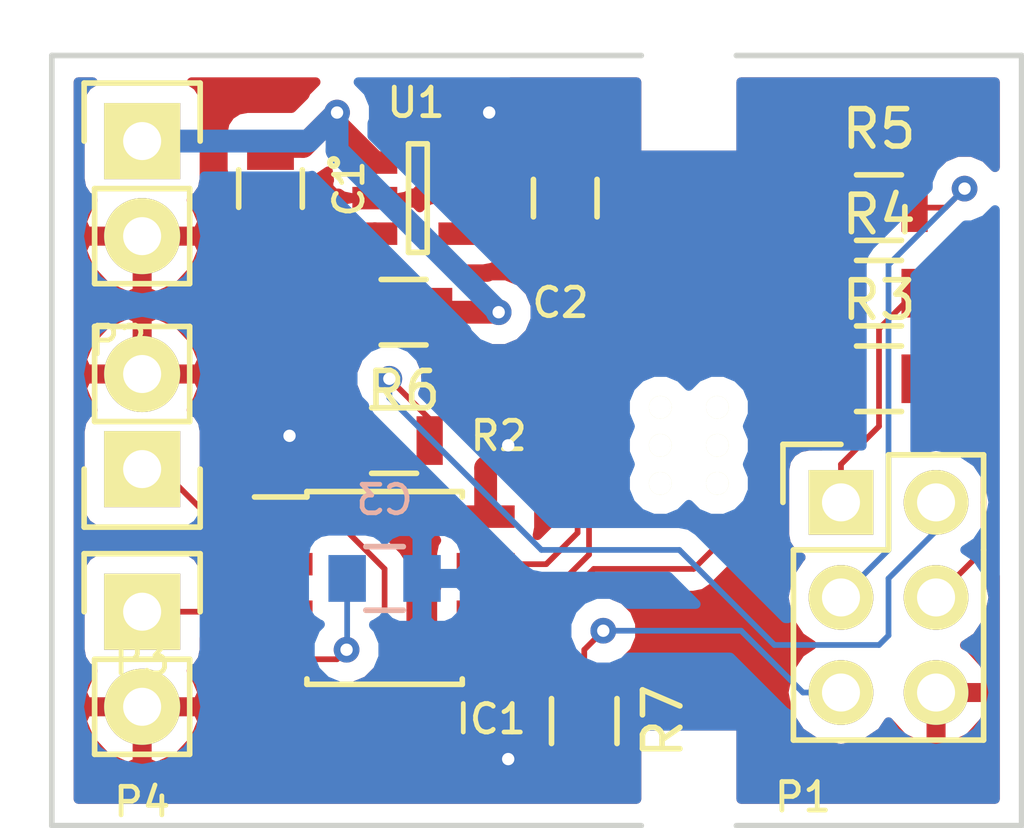
<source format=kicad_pcb>
(kicad_pcb (version 4) (host pcbnew 4.0.1-2.201512121406+6195~38~ubuntu14.04.1-stable)

  (general
    (links 27)
    (no_connects 0)
    (area 175.298101 93.8137 202.767001 116.1923)
    (thickness 1.6)
    (drawings 10)
    (tracks 99)
    (zones 0)
    (modules 16)
    (nets 17)
  )

  (page A4)
  (layers
    (0 F.Cu signal)
    (31 B.Cu signal hide)
    (32 B.Adhes user)
    (33 F.Adhes user)
    (34 B.Paste user)
    (35 F.Paste user)
    (36 B.SilkS user)
    (37 F.SilkS user)
    (38 B.Mask user)
    (39 F.Mask user)
    (40 Dwgs.User user)
    (41 Cmts.User user)
    (42 Eco1.User user)
    (43 Eco2.User user)
    (44 Edge.Cuts user)
    (45 Margin user)
    (46 B.CrtYd user)
    (47 F.CrtYd user)
    (48 B.Fab user)
    (49 F.Fab user)
  )

  (setup
    (last_trace_width 0.1524)
    (user_trace_width 0.3048)
    (user_trace_width 0.6096)
    (trace_clearance 0.1524)
    (zone_clearance 0.508)
    (zone_45_only no)
    (trace_min 0.1524)
    (segment_width 0.15)
    (edge_width 0.15)
    (via_size 0.6858)
    (via_drill 0.3302)
    (via_min_size 0.6858)
    (via_min_drill 0.3302)
    (uvia_size 0.3)
    (uvia_drill 0.1)
    (uvias_allowed no)
    (uvia_min_size 0)
    (uvia_min_drill 0)
    (pcb_text_width 0.3)
    (pcb_text_size 1.5 1.5)
    (mod_edge_width 0.15)
    (mod_text_size 0.762 0.762)
    (mod_text_width 0.127)
    (pad_size 1.524 1.524)
    (pad_drill 0.762)
    (pad_to_mask_clearance 0.2)
    (pad_to_paste_clearance 0.0254)
    (aux_axis_origin 0 0)
    (visible_elements FFFEFF7F)
    (pcbplotparams
      (layerselection 0x00030_80000001)
      (usegerberextensions false)
      (excludeedgelayer true)
      (linewidth 0.100000)
      (plotframeref false)
      (viasonmask false)
      (mode 1)
      (useauxorigin false)
      (hpglpennumber 1)
      (hpglpenspeed 20)
      (hpglpendiameter 15)
      (hpglpenoverlay 2)
      (psnegative false)
      (psa4output false)
      (plotreference true)
      (plotvalue true)
      (plotinvisibletext false)
      (padsonsilk false)
      (subtractmaskfromsilk false)
      (outputformat 1)
      (mirror false)
      (drillshape 1)
      (scaleselection 1)
      (outputdirectory ""))
  )

  (net 0 "")
  (net 1 GND)
  (net 2 Vcc)
  (net 3 "Net-(C3-Pad2)")
  (net 4 RESET)
  (net 5 PB3)
  (net 6 PB4)
  (net 7 MOSI)
  (net 8 MISO)
  (net 9 SCK)
  (net 10 "Net-(U1-Pad4)")
  (net 11 /Vin)
  (net 12 "Net-(P1-Pad1)")
  (net 13 "Net-(P1-Pad2)")
  (net 14 "Net-(P1-Pad3)")
  (net 15 "Net-(P1-Pad4)")
  (net 16 "Net-(R6-Pad2)")

  (net_class Default "This is the default net class."
    (clearance 0.1524)
    (trace_width 0.1524)
    (via_dia 0.6858)
    (via_drill 0.3302)
    (uvia_dia 0.3)
    (uvia_drill 0.1)
    (add_net /Vin)
    (add_net GND)
    (add_net MISO)
    (add_net MOSI)
    (add_net "Net-(C3-Pad2)")
    (add_net "Net-(P1-Pad1)")
    (add_net "Net-(P1-Pad2)")
    (add_net "Net-(P1-Pad3)")
    (add_net "Net-(P1-Pad4)")
    (add_net "Net-(R6-Pad2)")
    (add_net "Net-(U1-Pad4)")
    (add_net PB3)
    (add_net PB4)
    (add_net RESET)
    (add_net SCK)
    (add_net Vcc)
  )

  (module Pin_Headers:Pin_Header_Straight_2x03 (layer F.Cu) (tedit 563146C7) (tstamp 563146BD)
    (at 197.866 107.442)
    (descr "Through hole pin header")
    (tags "pin header")
    (path /56314BC6)
    (fp_text reference P1 (at -1.016 7.874) (layer F.SilkS)
      (effects (font (size 0.762 0.762) (thickness 0.127)))
    )
    (fp_text value CONN_01X06 (at 0 -3.1) (layer F.Fab)
      (effects (font (size 0.762 0.762) (thickness 0.127)))
    )
    (fp_line (start -1.27 1.27) (end -1.27 6.35) (layer F.SilkS) (width 0.15))
    (fp_line (start -1.55 -1.55) (end 0 -1.55) (layer F.SilkS) (width 0.15))
    (fp_line (start -1.75 -1.75) (end -1.75 6.85) (layer F.CrtYd) (width 0.05))
    (fp_line (start 4.3 -1.75) (end 4.3 6.85) (layer F.CrtYd) (width 0.05))
    (fp_line (start -1.75 -1.75) (end 4.3 -1.75) (layer F.CrtYd) (width 0.05))
    (fp_line (start -1.75 6.85) (end 4.3 6.85) (layer F.CrtYd) (width 0.05))
    (fp_line (start 1.27 -1.27) (end 1.27 1.27) (layer F.SilkS) (width 0.15))
    (fp_line (start 1.27 1.27) (end -1.27 1.27) (layer F.SilkS) (width 0.15))
    (fp_line (start -1.27 6.35) (end 3.81 6.35) (layer F.SilkS) (width 0.15))
    (fp_line (start 3.81 6.35) (end 3.81 1.27) (layer F.SilkS) (width 0.15))
    (fp_line (start -1.55 -1.55) (end -1.55 0) (layer F.SilkS) (width 0.15))
    (fp_line (start 3.81 -1.27) (end 1.27 -1.27) (layer F.SilkS) (width 0.15))
    (fp_line (start 3.81 1.27) (end 3.81 -1.27) (layer F.SilkS) (width 0.15))
    (pad 1 thru_hole rect (at 0 0) (size 1.7272 1.7272) (drill 1.016) (layers *.Cu *.Mask F.SilkS)
      (net 12 "Net-(P1-Pad1)"))
    (pad 2 thru_hole oval (at 2.54 0) (size 1.7272 1.7272) (drill 1.016) (layers *.Cu *.Mask F.SilkS)
      (net 13 "Net-(P1-Pad2)"))
    (pad 3 thru_hole oval (at 0 2.54) (size 1.7272 1.7272) (drill 1.016) (layers *.Cu *.Mask F.SilkS)
      (net 14 "Net-(P1-Pad3)"))
    (pad 4 thru_hole oval (at 2.54 2.54) (size 1.7272 1.7272) (drill 1.016) (layers *.Cu *.Mask F.SilkS)
      (net 15 "Net-(P1-Pad4)"))
    (pad 5 thru_hole oval (at 0 5.08) (size 1.7272 1.7272) (drill 1.016) (layers *.Cu *.Mask F.SilkS)
      (net 4 RESET))
    (pad 6 thru_hole oval (at 2.54 5.08) (size 1.7272 1.7272) (drill 1.016) (layers *.Cu *.Mask F.SilkS)
      (net 1 GND))
    (model Pin_Headers.3dshapes/Pin_Header_Straight_2x03.wrl
      (at (xyz 0.05 -0.1 0))
      (scale (xyz 1 1 1))
      (rotate (xyz 0 0 90))
    )
  )

  (module Capacitors_SMD:C_0805 (layer F.Cu) (tedit 5415D6EA) (tstamp 56314677)
    (at 182.626 99.06 270)
    (descr "Capacitor SMD 0805, reflow soldering, AVX (see smccp.pdf)")
    (tags "capacitor 0805")
    (path /5631461F)
    (attr smd)
    (fp_text reference C1 (at 0 -2.1 270) (layer F.SilkS)
      (effects (font (size 0.762 0.762) (thickness 0.127)))
    )
    (fp_text value 1μF (at 0 2.1 270) (layer F.Fab)
      (effects (font (size 0.762 0.762) (thickness 0.127)))
    )
    (fp_line (start -1.8 -1) (end 1.8 -1) (layer F.CrtYd) (width 0.05))
    (fp_line (start -1.8 1) (end 1.8 1) (layer F.CrtYd) (width 0.05))
    (fp_line (start -1.8 -1) (end -1.8 1) (layer F.CrtYd) (width 0.05))
    (fp_line (start 1.8 -1) (end 1.8 1) (layer F.CrtYd) (width 0.05))
    (fp_line (start 0.5 -0.85) (end -0.5 -0.85) (layer F.SilkS) (width 0.15))
    (fp_line (start -0.5 0.85) (end 0.5 0.85) (layer F.SilkS) (width 0.15))
    (pad 1 smd rect (at -1 0 270) (size 1 1.25) (layers F.Cu F.Paste F.Mask)
      (net 11 /Vin))
    (pad 2 smd rect (at 1 0 270) (size 1 1.25) (layers F.Cu F.Paste F.Mask)
      (net 1 GND))
    (model Capacitors_SMD.3dshapes/C_0805.wrl
      (at (xyz 0 0 0))
      (scale (xyz 1 1 1))
      (rotate (xyz 0 0 0))
    )
  )

  (module Capacitors_SMD:C_0805 (layer F.Cu) (tedit 56314709) (tstamp 56314683)
    (at 190.5 99.314 270)
    (descr "Capacitor SMD 0805, reflow soldering, AVX (see smccp.pdf)")
    (tags "capacitor 0805")
    (path /5631467A)
    (attr smd)
    (fp_text reference C2 (at 2.794 0.127 360) (layer F.SilkS)
      (effects (font (size 0.762 0.762) (thickness 0.127)))
    )
    (fp_text value 1μF (at 0 2.1 270) (layer F.Fab)
      (effects (font (size 0.762 0.762) (thickness 0.127)))
    )
    (fp_line (start -1.8 -1) (end 1.8 -1) (layer F.CrtYd) (width 0.05))
    (fp_line (start -1.8 1) (end 1.8 1) (layer F.CrtYd) (width 0.05))
    (fp_line (start -1.8 -1) (end -1.8 1) (layer F.CrtYd) (width 0.05))
    (fp_line (start 1.8 -1) (end 1.8 1) (layer F.CrtYd) (width 0.05))
    (fp_line (start 0.5 -0.85) (end -0.5 -0.85) (layer F.SilkS) (width 0.15))
    (fp_line (start -0.5 0.85) (end 0.5 0.85) (layer F.SilkS) (width 0.15))
    (pad 1 smd rect (at -1 0 270) (size 1 1.25) (layers F.Cu F.Paste F.Mask)
      (net 2 Vcc))
    (pad 2 smd rect (at 1 0 270) (size 1 1.25) (layers F.Cu F.Paste F.Mask)
      (net 1 GND))
    (model Capacitors_SMD.3dshapes/C_0805.wrl
      (at (xyz 0 0 0))
      (scale (xyz 1 1 1))
      (rotate (xyz 0 0 0))
    )
  )

  (module Capacitors_SMD:C_0805 (layer B.Cu) (tedit 5415D6EA) (tstamp 5631468F)
    (at 185.674 109.474 180)
    (descr "Capacitor SMD 0805, reflow soldering, AVX (see smccp.pdf)")
    (tags "capacitor 0805")
    (path /5631315A)
    (attr smd)
    (fp_text reference C3 (at 0 2.1 180) (layer B.SilkS)
      (effects (font (size 0.762 0.762) (thickness 0.127)) (justify mirror))
    )
    (fp_text value 100nF (at 0 -2.1 180) (layer B.Fab)
      (effects (font (size 0.762 0.762) (thickness 0.127)) (justify mirror))
    )
    (fp_line (start -1.8 1) (end 1.8 1) (layer B.CrtYd) (width 0.05))
    (fp_line (start -1.8 -1) (end 1.8 -1) (layer B.CrtYd) (width 0.05))
    (fp_line (start -1.8 1) (end -1.8 -1) (layer B.CrtYd) (width 0.05))
    (fp_line (start 1.8 1) (end 1.8 -1) (layer B.CrtYd) (width 0.05))
    (fp_line (start 0.5 0.85) (end -0.5 0.85) (layer B.SilkS) (width 0.15))
    (fp_line (start -0.5 -0.85) (end 0.5 -0.85) (layer B.SilkS) (width 0.15))
    (pad 1 smd rect (at -1 0 180) (size 1 1.25) (layers B.Cu B.Paste B.Mask)
      (net 2 Vcc))
    (pad 2 smd rect (at 1 0 180) (size 1 1.25) (layers B.Cu B.Paste B.Mask)
      (net 3 "Net-(C3-Pad2)"))
    (model Capacitors_SMD.3dshapes/C_0805.wrl
      (at (xyz 0 0 0))
      (scale (xyz 1 1 1))
      (rotate (xyz 0 0 0))
    )
  )

  (module Housings_SOIC:SOIC-8_3.9x4.9mm_Pitch1.27mm (layer F.Cu) (tedit 56314716) (tstamp 563146A6)
    (at 185.674 109.728)
    (descr "8-Lead Plastic Small Outline (SN) - Narrow, 3.90 mm Body [SOIC] (see Microchip Packaging Specification 00000049BS.pdf)")
    (tags "SOIC 1.27")
    (path /56312C64)
    (attr smd)
    (fp_text reference IC1 (at 2.845857 3.503) (layer F.SilkS)
      (effects (font (size 0.762 0.762) (thickness 0.127)))
    )
    (fp_text value ATTINY13A-S (at 0 3.5) (layer F.Fab)
      (effects (font (size 0.762 0.762) (thickness 0.127)))
    )
    (fp_line (start -3.75 -2.75) (end -3.75 2.75) (layer F.CrtYd) (width 0.05))
    (fp_line (start 3.75 -2.75) (end 3.75 2.75) (layer F.CrtYd) (width 0.05))
    (fp_line (start -3.75 -2.75) (end 3.75 -2.75) (layer F.CrtYd) (width 0.05))
    (fp_line (start -3.75 2.75) (end 3.75 2.75) (layer F.CrtYd) (width 0.05))
    (fp_line (start -2.075 -2.575) (end -2.075 -2.43) (layer F.SilkS) (width 0.15))
    (fp_line (start 2.075 -2.575) (end 2.075 -2.43) (layer F.SilkS) (width 0.15))
    (fp_line (start 2.075 2.575) (end 2.075 2.43) (layer F.SilkS) (width 0.15))
    (fp_line (start -2.075 2.575) (end -2.075 2.43) (layer F.SilkS) (width 0.15))
    (fp_line (start -2.075 -2.575) (end 2.075 -2.575) (layer F.SilkS) (width 0.15))
    (fp_line (start -2.075 2.575) (end 2.075 2.575) (layer F.SilkS) (width 0.15))
    (fp_line (start -2.075 -2.43) (end -3.475 -2.43) (layer F.SilkS) (width 0.15))
    (pad 1 smd rect (at -2.7 -1.905) (size 1.55 0.6) (layers F.Cu F.Paste F.Mask)
      (net 4 RESET))
    (pad 2 smd rect (at -2.7 -0.635) (size 1.55 0.6) (layers F.Cu F.Paste F.Mask)
      (net 5 PB3))
    (pad 3 smd rect (at -2.7 0.635) (size 1.55 0.6) (layers F.Cu F.Paste F.Mask)
      (net 6 PB4))
    (pad 4 smd rect (at -2.7 1.905) (size 1.55 0.6) (layers F.Cu F.Paste F.Mask)
      (net 3 "Net-(C3-Pad2)"))
    (pad 5 smd rect (at 2.7 1.905) (size 1.55 0.6) (layers F.Cu F.Paste F.Mask)
      (net 7 MOSI))
    (pad 6 smd rect (at 2.7 0.635) (size 1.55 0.6) (layers F.Cu F.Paste F.Mask)
      (net 8 MISO))
    (pad 7 smd rect (at 2.7 -0.635) (size 1.55 0.6) (layers F.Cu F.Paste F.Mask)
      (net 9 SCK))
    (pad 8 smd rect (at 2.7 -1.905) (size 1.55 0.6) (layers F.Cu F.Paste F.Mask)
      (net 2 Vcc))
    (model Housings_SOIC.3dshapes/SOIC-8_3.9x4.9mm_Pitch1.27mm.wrl
      (at (xyz 0 0 0))
      (scale (xyz 1 1 1))
      (rotate (xyz 0 0 0))
    )
  )

  (module Pin_Headers:Pin_Header_Straight_1x02 (layer F.Cu) (tedit 563146DF) (tstamp 563146CE)
    (at 179.197 97.79)
    (descr "Through hole pin header")
    (tags "pin header")
    (path /563156CF)
    (fp_text reference P2 (at -0.635 5.334) (layer F.SilkS)
      (effects (font (size 0.762 0.762) (thickness 0.127)))
    )
    (fp_text value CONN_01X02 (at 0 -3.1) (layer F.Fab)
      (effects (font (size 0.762 0.762) (thickness 0.127)))
    )
    (fp_line (start 1.27 1.27) (end 1.27 3.81) (layer F.SilkS) (width 0.15))
    (fp_line (start 1.55 -1.55) (end 1.55 0) (layer F.SilkS) (width 0.15))
    (fp_line (start -1.75 -1.75) (end -1.75 4.3) (layer F.CrtYd) (width 0.05))
    (fp_line (start 1.75 -1.75) (end 1.75 4.3) (layer F.CrtYd) (width 0.05))
    (fp_line (start -1.75 -1.75) (end 1.75 -1.75) (layer F.CrtYd) (width 0.05))
    (fp_line (start -1.75 4.3) (end 1.75 4.3) (layer F.CrtYd) (width 0.05))
    (fp_line (start 1.27 1.27) (end -1.27 1.27) (layer F.SilkS) (width 0.15))
    (fp_line (start -1.55 0) (end -1.55 -1.55) (layer F.SilkS) (width 0.15))
    (fp_line (start -1.55 -1.55) (end 1.55 -1.55) (layer F.SilkS) (width 0.15))
    (fp_line (start -1.27 1.27) (end -1.27 3.81) (layer F.SilkS) (width 0.15))
    (fp_line (start -1.27 3.81) (end 1.27 3.81) (layer F.SilkS) (width 0.15))
    (pad 1 thru_hole rect (at 0 0) (size 2.032 2.032) (drill 1.016) (layers *.Cu *.Mask F.SilkS)
      (net 11 /Vin))
    (pad 2 thru_hole oval (at 0 2.54) (size 2.032 2.032) (drill 1.016) (layers *.Cu *.Mask F.SilkS)
      (net 1 GND))
    (model Pin_Headers.3dshapes/Pin_Header_Straight_1x02.wrl
      (at (xyz 0 -0.05 0))
      (scale (xyz 1 1 1))
      (rotate (xyz 0 0 90))
    )
  )

  (module Pin_Headers:Pin_Header_Straight_1x02 (layer F.Cu) (tedit 54EA090C) (tstamp 563146DF)
    (at 179.197 106.553 180)
    (descr "Through hole pin header")
    (tags "pin header")
    (path /563161F7)
    (fp_text reference P3 (at 0 -5.1 180) (layer F.SilkS)
      (effects (font (size 0.762 0.762) (thickness 0.127)))
    )
    (fp_text value CONN_01X02 (at 0 -3.1 180) (layer F.Fab)
      (effects (font (size 0.762 0.762) (thickness 0.127)))
    )
    (fp_line (start 1.27 1.27) (end 1.27 3.81) (layer F.SilkS) (width 0.15))
    (fp_line (start 1.55 -1.55) (end 1.55 0) (layer F.SilkS) (width 0.15))
    (fp_line (start -1.75 -1.75) (end -1.75 4.3) (layer F.CrtYd) (width 0.05))
    (fp_line (start 1.75 -1.75) (end 1.75 4.3) (layer F.CrtYd) (width 0.05))
    (fp_line (start -1.75 -1.75) (end 1.75 -1.75) (layer F.CrtYd) (width 0.05))
    (fp_line (start -1.75 4.3) (end 1.75 4.3) (layer F.CrtYd) (width 0.05))
    (fp_line (start 1.27 1.27) (end -1.27 1.27) (layer F.SilkS) (width 0.15))
    (fp_line (start -1.55 0) (end -1.55 -1.55) (layer F.SilkS) (width 0.15))
    (fp_line (start -1.55 -1.55) (end 1.55 -1.55) (layer F.SilkS) (width 0.15))
    (fp_line (start -1.27 1.27) (end -1.27 3.81) (layer F.SilkS) (width 0.15))
    (fp_line (start -1.27 3.81) (end 1.27 3.81) (layer F.SilkS) (width 0.15))
    (pad 1 thru_hole rect (at 0 0 180) (size 2.032 2.032) (drill 1.016) (layers *.Cu *.Mask F.SilkS)
      (net 5 PB3))
    (pad 2 thru_hole oval (at 0 2.54 180) (size 2.032 2.032) (drill 1.016) (layers *.Cu *.Mask F.SilkS)
      (net 1 GND))
    (model Pin_Headers.3dshapes/Pin_Header_Straight_1x02.wrl
      (at (xyz 0 -0.05 0))
      (scale (xyz 1 1 1))
      (rotate (xyz 0 0 90))
    )
  )

  (module Pin_Headers:Pin_Header_Straight_1x02 (layer F.Cu) (tedit 563146C3) (tstamp 563146F0)
    (at 179.197 110.363)
    (descr "Through hole pin header")
    (tags "pin header")
    (path /563162BD)
    (fp_text reference P4 (at 0 5.08) (layer F.SilkS)
      (effects (font (size 0.762 0.762) (thickness 0.127)))
    )
    (fp_text value CONN_01X02 (at 0 -3.1) (layer F.Fab)
      (effects (font (size 0.762 0.762) (thickness 0.127)))
    )
    (fp_line (start 1.27 1.27) (end 1.27 3.81) (layer F.SilkS) (width 0.15))
    (fp_line (start 1.55 -1.55) (end 1.55 0) (layer F.SilkS) (width 0.15))
    (fp_line (start -1.75 -1.75) (end -1.75 4.3) (layer F.CrtYd) (width 0.05))
    (fp_line (start 1.75 -1.75) (end 1.75 4.3) (layer F.CrtYd) (width 0.05))
    (fp_line (start -1.75 -1.75) (end 1.75 -1.75) (layer F.CrtYd) (width 0.05))
    (fp_line (start -1.75 4.3) (end 1.75 4.3) (layer F.CrtYd) (width 0.05))
    (fp_line (start 1.27 1.27) (end -1.27 1.27) (layer F.SilkS) (width 0.15))
    (fp_line (start -1.55 0) (end -1.55 -1.55) (layer F.SilkS) (width 0.15))
    (fp_line (start -1.55 -1.55) (end 1.55 -1.55) (layer F.SilkS) (width 0.15))
    (fp_line (start -1.27 1.27) (end -1.27 3.81) (layer F.SilkS) (width 0.15))
    (fp_line (start -1.27 3.81) (end 1.27 3.81) (layer F.SilkS) (width 0.15))
    (pad 1 thru_hole rect (at 0 0) (size 2.032 2.032) (drill 1.016) (layers *.Cu *.Mask F.SilkS)
      (net 6 PB4))
    (pad 2 thru_hole oval (at 0 2.54) (size 2.032 2.032) (drill 1.016) (layers *.Cu *.Mask F.SilkS)
      (net 1 GND))
    (model Pin_Headers.3dshapes/Pin_Header_Straight_1x02.wrl
      (at (xyz 0 -0.05 0))
      (scale (xyz 1 1 1))
      (rotate (xyz 0 0 90))
    )
  )

  (module Resistors_SMD:R_0805 (layer F.Cu) (tedit 56314711) (tstamp 56314708)
    (at 185.928 105.791)
    (descr "Resistor SMD 0805, reflow soldering, Vishay (see dcrcw.pdf)")
    (tags "resistor 0805")
    (path /56902F0C)
    (attr smd)
    (fp_text reference R2 (at 2.794 -0.127) (layer F.SilkS)
      (effects (font (size 0.762 0.762) (thickness 0.127)))
    )
    (fp_text value 1kΩ (at 0 2.1) (layer F.Fab)
      (effects (font (size 0.762 0.762) (thickness 0.127)))
    )
    (fp_line (start -1.6 -1) (end 1.6 -1) (layer F.CrtYd) (width 0.05))
    (fp_line (start -1.6 1) (end 1.6 1) (layer F.CrtYd) (width 0.05))
    (fp_line (start -1.6 -1) (end -1.6 1) (layer F.CrtYd) (width 0.05))
    (fp_line (start 1.6 -1) (end 1.6 1) (layer F.CrtYd) (width 0.05))
    (fp_line (start 0.6 0.875) (end -0.6 0.875) (layer F.SilkS) (width 0.15))
    (fp_line (start -0.6 -0.875) (end 0.6 -0.875) (layer F.SilkS) (width 0.15))
    (pad 1 smd rect (at -0.95 0) (size 0.7 1.3) (layers F.Cu F.Paste F.Mask)
      (net 2 Vcc))
    (pad 2 smd rect (at 0.95 0) (size 0.7 1.3) (layers F.Cu F.Paste F.Mask)
      (net 13 "Net-(P1-Pad2)"))
    (model Resistors_SMD.3dshapes/R_0805.wrl
      (at (xyz 0 0 0))
      (scale (xyz 1 1 1))
      (rotate (xyz 0 0 0))
    )
  )

  (module tinyBreakout:SOT-23-5L (layer F.Cu) (tedit 55C0FF4B) (tstamp 5631471A)
    (at 186.563 99.314)
    (descr "5-pin SOT23 package")
    (tags SOT-23-5)
    (path /56313F82)
    (attr smd)
    (fp_text reference U1 (at -0.05 -2.55) (layer F.SilkS)
      (effects (font (size 0.762 0.762) (thickness 0.127)))
    )
    (fp_text value LD2979 (at -0.05 2.35) (layer F.Fab)
      (effects (font (size 0.762 0.762) (thickness 0.127)))
    )
    (fp_line (start -1.9 -1.6) (end 1.9 -1.6) (layer F.CrtYd) (width 0.05))
    (fp_line (start 1.9 -1.6) (end 1.9 1.6) (layer F.CrtYd) (width 0.05))
    (fp_line (start 1.9 1.6) (end -1.9 1.6) (layer F.CrtYd) (width 0.05))
    (fp_line (start -1.9 1.6) (end -1.9 -1.6) (layer F.CrtYd) (width 0.05))
    (fp_circle (center -2.25 -0.95) (end -2.15 -0.95) (layer F.SilkS) (width 0.15))
    (fp_line (start 0.25 -1.45) (end -0.25 -1.45) (layer F.SilkS) (width 0.15))
    (fp_line (start 0.25 1.45) (end 0.25 -1.45) (layer F.SilkS) (width 0.15))
    (fp_line (start -0.25 1.45) (end 0.25 1.45) (layer F.SilkS) (width 0.15))
    (fp_line (start -0.25 -1.45) (end -0.25 1.45) (layer F.SilkS) (width 0.15))
    (pad 1 smd rect (at -1.15 -0.95) (size 1.2 0.6) (layers F.Cu F.Paste F.Mask)
      (net 11 /Vin))
    (pad 2 smd rect (at -1.15 0) (size 1.2 0.6) (layers F.Cu F.Paste F.Mask)
      (net 1 GND))
    (pad 3 smd rect (at -1.15 0.95) (size 1.2 0.6) (layers F.Cu F.Paste F.Mask)
      (net 16 "Net-(R6-Pad2)"))
    (pad 4 smd rect (at 1.15 0.95) (size 1.2 0.6) (layers F.Cu F.Paste F.Mask)
      (net 10 "Net-(U1-Pad4)"))
    (pad 5 smd rect (at 1.15 -0.95) (size 1.2 0.6) (layers F.Cu F.Paste F.Mask)
      (net 2 Vcc))
    (model Housings_SOT-23_SOT-143_TSOT-6.3dshapes/SOT-23-5.wrl
      (at (xyz 0 0 0))
      (scale (xyz 0.11 0.11 0.11))
      (rotate (xyz 0 0 90))
    )
  )

  (module Resistors_SMD:R_0805 (layer F.Cu) (tedit 5415CDEB) (tstamp 56902B94)
    (at 198.882 104.14)
    (descr "Resistor SMD 0805, reflow soldering, Vishay (see dcrcw.pdf)")
    (tags "resistor 0805")
    (path /56902FC2)
    (attr smd)
    (fp_text reference R3 (at 0 -2.1) (layer F.SilkS)
      (effects (font (size 1 1) (thickness 0.15)))
    )
    (fp_text value 1kΩ (at 0 2.1) (layer F.Fab)
      (effects (font (size 1 1) (thickness 0.15)))
    )
    (fp_line (start -1.6 -1) (end 1.6 -1) (layer F.CrtYd) (width 0.05))
    (fp_line (start -1.6 1) (end 1.6 1) (layer F.CrtYd) (width 0.05))
    (fp_line (start -1.6 -1) (end -1.6 1) (layer F.CrtYd) (width 0.05))
    (fp_line (start 1.6 -1) (end 1.6 1) (layer F.CrtYd) (width 0.05))
    (fp_line (start 0.6 0.875) (end -0.6 0.875) (layer F.SilkS) (width 0.15))
    (fp_line (start -0.6 -0.875) (end 0.6 -0.875) (layer F.SilkS) (width 0.15))
    (pad 1 smd rect (at -0.95 0) (size 0.7 1.3) (layers F.Cu F.Paste F.Mask)
      (net 7 MOSI))
    (pad 2 smd rect (at 0.95 0) (size 0.7 1.3) (layers F.Cu F.Paste F.Mask)
      (net 15 "Net-(P1-Pad4)"))
    (model Resistors_SMD.3dshapes/R_0805.wrl
      (at (xyz 0 0 0))
      (scale (xyz 1 1 1))
      (rotate (xyz 0 0 0))
    )
  )

  (module Resistors_SMD:R_0805 (layer F.Cu) (tedit 5415CDEB) (tstamp 56902B9A)
    (at 198.882 101.854)
    (descr "Resistor SMD 0805, reflow soldering, Vishay (see dcrcw.pdf)")
    (tags "resistor 0805")
    (path /56902EB2)
    (attr smd)
    (fp_text reference R4 (at 0 -2.1) (layer F.SilkS)
      (effects (font (size 1 1) (thickness 0.15)))
    )
    (fp_text value 1kΩ (at 0 2.1) (layer F.Fab)
      (effects (font (size 1 1) (thickness 0.15)))
    )
    (fp_line (start -1.6 -1) (end 1.6 -1) (layer F.CrtYd) (width 0.05))
    (fp_line (start -1.6 1) (end 1.6 1) (layer F.CrtYd) (width 0.05))
    (fp_line (start -1.6 -1) (end -1.6 1) (layer F.CrtYd) (width 0.05))
    (fp_line (start 1.6 -1) (end 1.6 1) (layer F.CrtYd) (width 0.05))
    (fp_line (start 0.6 0.875) (end -0.6 0.875) (layer F.SilkS) (width 0.15))
    (fp_line (start -0.6 -0.875) (end 0.6 -0.875) (layer F.SilkS) (width 0.15))
    (pad 1 smd rect (at -0.95 0) (size 0.7 1.3) (layers F.Cu F.Paste F.Mask)
      (net 8 MISO))
    (pad 2 smd rect (at 0.95 0) (size 0.7 1.3) (layers F.Cu F.Paste F.Mask)
      (net 12 "Net-(P1-Pad1)"))
    (model Resistors_SMD.3dshapes/R_0805.wrl
      (at (xyz 0 0 0))
      (scale (xyz 1 1 1))
      (rotate (xyz 0 0 0))
    )
  )

  (module Resistors_SMD:R_0805 (layer F.Cu) (tedit 5415CDEB) (tstamp 56902BA0)
    (at 198.882 99.568)
    (descr "Resistor SMD 0805, reflow soldering, Vishay (see dcrcw.pdf)")
    (tags "resistor 0805")
    (path /56902F6C)
    (attr smd)
    (fp_text reference R5 (at 0 -2.1) (layer F.SilkS)
      (effects (font (size 1 1) (thickness 0.15)))
    )
    (fp_text value 1kΩ (at 0 2.1) (layer F.Fab)
      (effects (font (size 1 1) (thickness 0.15)))
    )
    (fp_line (start -1.6 -1) (end 1.6 -1) (layer F.CrtYd) (width 0.05))
    (fp_line (start -1.6 1) (end 1.6 1) (layer F.CrtYd) (width 0.05))
    (fp_line (start -1.6 -1) (end -1.6 1) (layer F.CrtYd) (width 0.05))
    (fp_line (start 1.6 -1) (end 1.6 1) (layer F.CrtYd) (width 0.05))
    (fp_line (start 0.6 0.875) (end -0.6 0.875) (layer F.SilkS) (width 0.15))
    (fp_line (start -0.6 -0.875) (end 0.6 -0.875) (layer F.SilkS) (width 0.15))
    (pad 1 smd rect (at -0.95 0) (size 0.7 1.3) (layers F.Cu F.Paste F.Mask)
      (net 9 SCK))
    (pad 2 smd rect (at 0.95 0) (size 0.7 1.3) (layers F.Cu F.Paste F.Mask)
      (net 14 "Net-(P1-Pad3)"))
    (model Resistors_SMD.3dshapes/R_0805.wrl
      (at (xyz 0 0 0))
      (scale (xyz 1 1 1))
      (rotate (xyz 0 0 0))
    )
  )

  (module Resistors_SMD:R_0805 (layer F.Cu) (tedit 5415CDEB) (tstamp 56902BA6)
    (at 186.182 102.362 180)
    (descr "Resistor SMD 0805, reflow soldering, Vishay (see dcrcw.pdf)")
    (tags "resistor 0805")
    (path /56314527)
    (attr smd)
    (fp_text reference R6 (at 0 -2.1 180) (layer F.SilkS)
      (effects (font (size 1 1) (thickness 0.15)))
    )
    (fp_text value 0Ω (at 0 2.1 180) (layer F.Fab)
      (effects (font (size 1 1) (thickness 0.15)))
    )
    (fp_line (start -1.6 -1) (end 1.6 -1) (layer F.CrtYd) (width 0.05))
    (fp_line (start -1.6 1) (end 1.6 1) (layer F.CrtYd) (width 0.05))
    (fp_line (start -1.6 -1) (end -1.6 1) (layer F.CrtYd) (width 0.05))
    (fp_line (start 1.6 -1) (end 1.6 1) (layer F.CrtYd) (width 0.05))
    (fp_line (start 0.6 0.875) (end -0.6 0.875) (layer F.SilkS) (width 0.15))
    (fp_line (start -0.6 -0.875) (end 0.6 -0.875) (layer F.SilkS) (width 0.15))
    (pad 1 smd rect (at -0.95 0 180) (size 0.7 1.3) (layers F.Cu F.Paste F.Mask)
      (net 11 /Vin))
    (pad 2 smd rect (at 0.95 0 180) (size 0.7 1.3) (layers F.Cu F.Paste F.Mask)
      (net 16 "Net-(R6-Pad2)"))
    (model Resistors_SMD.3dshapes/R_0805.wrl
      (at (xyz 0 0 0))
      (scale (xyz 1 1 1))
      (rotate (xyz 0 0 0))
    )
  )

  (module Resistors_SMD:R_0805 (layer F.Cu) (tedit 5415CDEB) (tstamp 56902BAC)
    (at 191.008 113.284 270)
    (descr "Resistor SMD 0805, reflow soldering, Vishay (see dcrcw.pdf)")
    (tags "resistor 0805")
    (path /56312DC5)
    (attr smd)
    (fp_text reference R7 (at 0 -2.1 270) (layer F.SilkS)
      (effects (font (size 1 1) (thickness 0.15)))
    )
    (fp_text value 10KΩ (at 0 2.1 270) (layer F.Fab)
      (effects (font (size 1 1) (thickness 0.15)))
    )
    (fp_line (start -1.6 -1) (end 1.6 -1) (layer F.CrtYd) (width 0.05))
    (fp_line (start -1.6 1) (end 1.6 1) (layer F.CrtYd) (width 0.05))
    (fp_line (start -1.6 -1) (end -1.6 1) (layer F.CrtYd) (width 0.05))
    (fp_line (start 1.6 -1) (end 1.6 1) (layer F.CrtYd) (width 0.05))
    (fp_line (start 0.6 0.875) (end -0.6 0.875) (layer F.SilkS) (width 0.15))
    (fp_line (start -0.6 -0.875) (end 0.6 -0.875) (layer F.SilkS) (width 0.15))
    (pad 1 smd rect (at -0.95 0 270) (size 0.7 1.3) (layers F.Cu F.Paste F.Mask)
      (net 4 RESET))
    (pad 2 smd rect (at 0.95 0 270) (size 0.7 1.3) (layers F.Cu F.Paste F.Mask)
      (net 2 Vcc))
    (model Resistors_SMD.3dshapes/R_0805.wrl
      (at (xyz 0 0 0))
      (scale (xyz 1 1 1))
      (rotate (xyz 0 0 0))
    )
  )

  (module tinyBreakout:MouseBite locked (layer F.Cu) (tedit 56314B3C) (tstamp 5690305D)
    (at 193.04 104.902)
    (fp_text reference REF** (at 1.143 3.302) (layer F.SilkS) hide
      (effects (font (size 1 1) (thickness 0.15)))
    )
    (fp_text value MouseBite (at 1.016 -1.27) (layer F.Fab) hide
      (effects (font (size 1 1) (thickness 0.15)))
    )
    (pad "" np_thru_hole circle (at 0 0) (size 0.6096 0.6096) (drill 0.6096) (layers *.Cu *.Mask F.SilkS))
    (pad "" np_thru_hole circle (at 0 1.016) (size 0.6096 0.6096) (drill 0.6096) (layers *.Cu *.Mask F.SilkS))
    (pad "" np_thru_hole circle (at 0 2.032) (size 0.6096 0.6096) (drill 0.6096) (layers *.Cu *.Mask F.SilkS))
    (pad "" np_thru_hole circle (at 1.524 1.016) (size 0.6096 0.6096) (drill 0.6096) (layers *.Cu *.Mask F.SilkS))
    (pad "" np_thru_hole circle (at 1.524 0) (size 0.6096 0.6096) (drill 0.6096) (layers *.Cu *.Mask F.SilkS))
    (pad "" np_thru_hole circle (at 1.524 2.032) (size 0.6096 0.6096) (drill 0.6096) (layers *.Cu *.Mask F.SilkS))
  )

  (gr_line (start 195.072 113.538) (end 192.532 113.538) (angle 90) (layer Eco1.User) (width 0.15))
  (gr_line (start 192.532 98.044) (end 195.072 98.044) (angle 90) (layer Eco1.User) (width 0.15))
  (gr_line (start 195.072 95.504) (end 195.072 116.078) (angle 90) (layer Eco1.User) (width 0.15))
  (gr_line (start 202.692 95.504) (end 195.072 95.504) (angle 90) (layer Edge.Cuts) (width 0.15))
  (gr_line (start 202.692 116.078) (end 202.692 95.504) (angle 90) (layer Edge.Cuts) (width 0.15))
  (gr_line (start 195.072 116.078) (end 202.692 116.078) (angle 90) (layer Edge.Cuts) (width 0.15))
  (gr_line (start 176.784 116.078) (end 176.784 95.504) (angle 90) (layer Edge.Cuts) (width 0.15))
  (gr_line (start 192.532 116.078) (end 176.784 116.078) (angle 90) (layer Edge.Cuts) (width 0.15))
  (gr_line (start 192.532 95.504) (end 192.532 116.078) (angle 90) (layer Eco1.User) (width 0.15))
  (gr_line (start 176.784 95.504) (end 192.532 95.504) (angle 90) (layer Edge.Cuts) (width 0.15))

  (segment (start 188.374 107.823) (end 188.374 106.52) (width 0.6096) (layer F.Cu) (net 2))
  (via (at 188.976 105.918) (size 0.6858) (drill 0.3302) (layers F.Cu B.Cu) (net 2))
  (segment (start 188.374 106.52) (end 188.976 105.918) (width 0.6096) (layer F.Cu) (net 2) (tstamp 56903201))
  (segment (start 187.713 98.364) (end 190.45 98.364) (width 0.6096) (layer F.Cu) (net 2))
  (segment (start 190.45 98.364) (end 190.5 98.314) (width 0.6096) (layer F.Cu) (net 2) (tstamp 56902E40))
  (segment (start 187.713 97.783) (end 188.468 97.028) (width 0.6096) (layer F.Cu) (net 2) (tstamp 56902DEA))
  (via (at 188.468 97.028) (size 0.6858) (drill 0.3302) (layers F.Cu B.Cu) (net 2))
  (segment (start 187.713 97.783) (end 187.713 98.364) (width 0.6096) (layer F.Cu) (net 2))
  (segment (start 184.978 105.791) (end 183.261 105.791) (width 0.6096) (layer F.Cu) (net 2))
  (via (at 183.134 105.664) (size 0.6858) (drill 0.3302) (layers F.Cu B.Cu) (net 2))
  (segment (start 183.261 105.791) (end 183.134 105.664) (width 0.6096) (layer F.Cu) (net 2) (tstamp 56902DE6))
  (segment (start 191.008 114.234) (end 189.042 114.234) (width 0.6096) (layer F.Cu) (net 2))
  (via (at 188.976 114.3) (size 0.6858) (drill 0.3302) (layers F.Cu B.Cu) (net 2))
  (segment (start 189.042 114.234) (end 188.976 114.3) (width 0.6096) (layer F.Cu) (net 2) (tstamp 56902DE2))
  (segment (start 184.674 109.474) (end 184.674 111.363) (width 0.1524) (layer B.Cu) (net 3) (status 400000))
  (segment (start 184.404 111.633) (end 182.974 111.633) (width 0.1524) (layer F.Cu) (net 3) (tstamp 56903554) (status 800000))
  (segment (start 184.658 111.379) (end 184.404 111.633) (width 0.1524) (layer F.Cu) (net 3) (tstamp 56903553))
  (via (at 184.658 111.379) (size 0.6858) (drill 0.3302) (layers F.Cu B.Cu) (net 3))
  (segment (start 184.674 111.363) (end 184.658 111.379) (width 0.1524) (layer B.Cu) (net 3) (tstamp 56903550))
  (segment (start 191.008 112.334) (end 190.18 112.334) (width 0.1524) (layer F.Cu) (net 4) (status 400000))
  (segment (start 184.277 107.823) (end 182.974 107.823) (width 0.1524) (layer F.Cu) (net 4) (tstamp 56903547) (status 800000))
  (segment (start 185.674 109.22) (end 184.277 107.823) (width 0.1524) (layer F.Cu) (net 4) (tstamp 56903545))
  (segment (start 185.674 111.125) (end 185.674 109.22) (width 0.1524) (layer F.Cu) (net 4) (tstamp 56903543))
  (segment (start 187.579 113.03) (end 185.674 111.125) (width 0.1524) (layer F.Cu) (net 4) (tstamp 56903541))
  (segment (start 189.484 113.03) (end 187.579 113.03) (width 0.1524) (layer F.Cu) (net 4) (tstamp 5690353F))
  (segment (start 190.18 112.334) (end 189.484 113.03) (width 0.1524) (layer F.Cu) (net 4) (tstamp 5690353B))
  (segment (start 197.866 112.522) (end 196.85 112.522) (width 0.1524) (layer B.Cu) (net 4) (status 400000))
  (segment (start 191.008 111.379) (end 191.008 112.334) (width 0.1524) (layer F.Cu) (net 4) (tstamp 56903491) (status 800000))
  (segment (start 191.516 110.871) (end 191.008 111.379) (width 0.1524) (layer F.Cu) (net 4) (tstamp 56903490))
  (via (at 191.516 110.871) (size 0.6858) (drill 0.3302) (layers F.Cu B.Cu) (net 4))
  (segment (start 195.199 110.871) (end 191.516 110.871) (width 0.1524) (layer B.Cu) (net 4) (tstamp 5690348A))
  (segment (start 196.85 112.522) (end 195.199 110.871) (width 0.1524) (layer B.Cu) (net 4) (tstamp 56903488))
  (segment (start 197.866 112.522) (end 197.358 112.522) (width 0.1524) (layer F.Cu) (net 4))
  (segment (start 182.974 109.093) (end 182.245 109.093) (width 0.1524) (layer F.Cu) (net 5) (status C00000))
  (segment (start 182.245 109.093) (end 179.705 106.553) (width 0.1524) (layer F.Cu) (net 5) (tstamp 56903561) (status C00000))
  (segment (start 179.705 106.553) (end 179.197 106.553) (width 0.1524) (layer F.Cu) (net 5) (tstamp 56903563) (status C00000))
  (segment (start 182.974 110.363) (end 179.197 110.363) (width 0.1524) (layer F.Cu) (net 6) (status C00000))
  (segment (start 197.932 104.14) (end 196.85 104.14) (width 0.1524) (layer F.Cu) (net 7) (status 400000))
  (segment (start 191.262 109.22) (end 188.849 111.633) (width 0.1524) (layer F.Cu) (net 7) (tstamp 56903513) (status 800000))
  (segment (start 193.929 109.22) (end 191.262 109.22) (width 0.1524) (layer F.Cu) (net 7) (tstamp 56903511))
  (segment (start 195.58 107.569) (end 193.929 109.22) (width 0.1524) (layer F.Cu) (net 7) (tstamp 5690350F))
  (segment (start 195.58 105.41) (end 195.58 107.569) (width 0.1524) (layer F.Cu) (net 7) (tstamp 5690350C))
  (segment (start 196.85 104.14) (end 195.58 105.41) (width 0.1524) (layer F.Cu) (net 7) (tstamp 56903508))
  (segment (start 188.849 111.633) (end 188.374 111.633) (width 0.1524) (layer F.Cu) (net 7) (tstamp 56903515) (status C00000))
  (segment (start 197.932 101.854) (end 196.85 101.854) (width 0.1524) (layer F.Cu) (net 8) (status 400000))
  (segment (start 189.611 110.363) (end 188.374 110.363) (width 0.1524) (layer F.Cu) (net 8) (tstamp 5690359E) (status 800000))
  (segment (start 191.135 108.839) (end 189.611 110.363) (width 0.1524) (layer F.Cu) (net 8) (tstamp 5690359C))
  (segment (start 191.135 104.521) (end 191.135 108.839) (width 0.1524) (layer F.Cu) (net 8) (tstamp 56903599))
  (segment (start 192.786 102.87) (end 191.135 104.521) (width 0.1524) (layer F.Cu) (net 8) (tstamp 56903597))
  (segment (start 195.834 102.87) (end 192.786 102.87) (width 0.1524) (layer F.Cu) (net 8) (tstamp 56903594))
  (segment (start 196.85 101.854) (end 195.834 102.87) (width 0.1524) (layer F.Cu) (net 8) (tstamp 56903592))
  (segment (start 197.932 99.568) (end 197.932 100.340944) (width 0.1524) (layer F.Cu) (net 9) (status 400000))
  (segment (start 189.992 109.093) (end 188.374 109.093) (width 0.1524) (layer F.Cu) (net 9) (tstamp 569035B7) (status 800000))
  (segment (start 190.830198 108.254802) (end 189.992 109.093) (width 0.1524) (layer F.Cu) (net 9) (tstamp 569035B5))
  (segment (start 190.830198 104.394746) (end 190.830198 108.254802) (width 0.1524) (layer F.Cu) (net 9) (tstamp 569035AF))
  (segment (start 192.659746 102.565198) (end 190.830198 104.394746) (width 0.1524) (layer F.Cu) (net 9) (tstamp 569035A6))
  (segment (start 195.707746 102.565198) (end 192.659746 102.565198) (width 0.1524) (layer F.Cu) (net 9) (tstamp 569035A5))
  (segment (start 197.932 100.340944) (end 195.707746 102.565198) (width 0.1524) (layer F.Cu) (net 9) (tstamp 569035A2))
  (segment (start 187.132 102.362) (end 188.722 102.362) (width 0.6096) (layer F.Cu) (net 11))
  (segment (start 184.404 98.044) (end 184.404 97.028) (width 0.6096) (layer B.Cu) (net 11) (tstamp 56903024))
  (segment (start 188.722 102.362) (end 184.404 98.044) (width 0.6096) (layer B.Cu) (net 11) (tstamp 56903023))
  (via (at 188.722 102.362) (size 0.6858) (drill 0.3302) (layers F.Cu B.Cu) (net 11))
  (segment (start 184.404 97.028) (end 184.404 97.355) (width 0.6096) (layer F.Cu) (net 11))
  (segment (start 184.404 97.355) (end 185.413 98.364) (width 0.6096) (layer F.Cu) (net 11) (tstamp 56902E58))
  (segment (start 179.197 97.79) (end 183.642 97.79) (width 0.6096) (layer B.Cu) (net 11))
  (segment (start 183.499 97.933) (end 182.626 97.933) (width 0.6096) (layer F.Cu) (net 11) (tstamp 56902E51))
  (segment (start 184.404 97.028) (end 183.499 97.933) (width 0.6096) (layer F.Cu) (net 11) (tstamp 56902E50))
  (via (at 184.404 97.028) (size 0.6858) (drill 0.3302) (layers F.Cu B.Cu) (net 11))
  (segment (start 183.642 97.79) (end 184.404 97.028) (width 0.6096) (layer B.Cu) (net 11) (tstamp 56902E49))
  (segment (start 197.866 107.442) (end 197.866 106.426) (width 0.1524) (layer F.Cu) (net 12))
  (segment (start 198.882 102.804) (end 199.832 101.854) (width 0.1524) (layer F.Cu) (net 12) (tstamp 5690327D))
  (segment (start 198.882 105.41) (end 198.882 102.804) (width 0.1524) (layer F.Cu) (net 12) (tstamp 5690327A))
  (segment (start 197.866 106.426) (end 198.882 105.41) (width 0.1524) (layer F.Cu) (net 12) (tstamp 56903274))
  (segment (start 200.406 107.442) (end 200.406 108.204) (width 0.1524) (layer B.Cu) (net 13) (status C00000))
  (segment (start 200.406 108.204) (end 199.136 109.474) (width 0.1524) (layer B.Cu) (net 13) (tstamp 569034D8) (status 400000))
  (segment (start 199.136 109.474) (end 199.136 110.998) (width 0.1524) (layer B.Cu) (net 13) (tstamp 569034DC))
  (segment (start 199.136 110.998) (end 198.882 111.252) (width 0.1524) (layer B.Cu) (net 13) (tstamp 569034DF))
  (segment (start 198.882 111.252) (end 196.088 111.252) (width 0.1524) (layer B.Cu) (net 13) (tstamp 569034E0))
  (segment (start 196.088 111.252) (end 193.548 108.712) (width 0.1524) (layer B.Cu) (net 13) (tstamp 569034E1))
  (segment (start 193.548 108.712) (end 189.865 108.712) (width 0.1524) (layer B.Cu) (net 13) (tstamp 569034EB))
  (segment (start 189.865 108.712) (end 185.801 104.648) (width 0.1524) (layer B.Cu) (net 13) (tstamp 569034ED))
  (segment (start 185.801 104.648) (end 185.801 104.14) (width 0.1524) (layer B.Cu) (net 13) (tstamp 569034F2))
  (via (at 185.801 104.14) (size 0.6858) (drill 0.3302) (layers F.Cu B.Cu) (net 13))
  (segment (start 185.801 104.14) (end 186.878 105.217) (width 0.1524) (layer F.Cu) (net 13) (tstamp 569034FB) (status 800000))
  (segment (start 186.878 105.217) (end 186.878 105.791) (width 0.1524) (layer F.Cu) (net 13) (tstamp 569034FC) (status C00000))
  (segment (start 197.866 109.982) (end 199.136 108.712) (width 0.1524) (layer B.Cu) (net 14))
  (segment (start 200.66 99.568) (end 199.832 99.568) (width 0.1524) (layer F.Cu) (net 14) (tstamp 569032E9))
  (segment (start 201.168 99.06) (end 200.66 99.568) (width 0.1524) (layer F.Cu) (net 14) (tstamp 569032E8))
  (via (at 201.168 99.06) (size 0.6858) (drill 0.3302) (layers F.Cu B.Cu) (net 14))
  (segment (start 199.136 101.092) (end 201.168 99.06) (width 0.1524) (layer B.Cu) (net 14) (tstamp 569032DC))
  (segment (start 199.136 108.712) (end 199.136 101.092) (width 0.1524) (layer B.Cu) (net 14) (tstamp 569032D9))
  (segment (start 197.866 109.982) (end 198.12 109.982) (width 0.1524) (layer F.Cu) (net 14))
  (segment (start 200.406 109.982) (end 201.676 108.712) (width 0.1524) (layer F.Cu) (net 15))
  (segment (start 201.676 105.664) (end 200.152 104.14) (width 0.1524) (layer F.Cu) (net 15) (tstamp 569032CA))
  (segment (start 201.676 107.442) (end 201.676 105.664) (width 0.1524) (layer F.Cu) (net 15) (tstamp 569032C8))
  (segment (start 201.676 108.712) (end 201.676 107.442) (width 0.1524) (layer F.Cu) (net 15) (tstamp 569032C5))
  (segment (start 200.152 104.14) (end 199.832 104.14) (width 0.1524) (layer F.Cu) (net 15) (tstamp 569032CE))
  (segment (start 185.232 102.362) (end 185.232 100.445) (width 0.6096) (layer F.Cu) (net 16))
  (segment (start 185.232 100.445) (end 185.413 100.264) (width 0.6096) (layer F.Cu) (net 16) (tstamp 56903027))

  (zone (net 1) (net_name GND) (layer F.Cu) (tstamp 56902C97) (hatch edge 0.508)
    (connect_pads (clearance 0.508))
    (min_thickness 0.254)
    (fill yes (arc_segments 16) (thermal_gap 0.508) (thermal_bridge_width 0.508))
    (polygon
      (pts
        (xy 192.532 98.044) (xy 195.072 98.044) (xy 195.072 95.504) (xy 202.692 95.504) (xy 202.692 116.078)
        (xy 195.072 116.078) (xy 195.072 113.538) (xy 192.532 113.538) (xy 192.532 116.078) (xy 176.784 116.078)
        (xy 176.784 95.504) (xy 192.532 95.504) (xy 192.532 98.044)
      )
    )
    (filled_polygon
      (pts
        (xy 177.729559 96.30991) (xy 177.584569 96.52211) (xy 177.53356 96.774) (xy 177.53356 98.806) (xy 177.577838 99.041317)
        (xy 177.71691 99.257441) (xy 177.879948 99.36884) (xy 177.790615 99.465182) (xy 177.591025 99.947056) (xy 177.710164 100.203)
        (xy 179.07 100.203) (xy 179.07 100.183) (xy 179.324 100.183) (xy 179.324 100.203) (xy 180.683836 100.203)
        (xy 180.802975 99.947056) (xy 180.603385 99.465182) (xy 180.512903 99.367602) (xy 180.664441 99.27009) (xy 180.809431 99.05789)
        (xy 180.86044 98.806) (xy 180.86044 96.774) (xy 180.816162 96.538683) (xy 180.67709 96.322559) (xy 180.518209 96.214)
        (xy 183.835254 96.214) (xy 183.57546 96.473341) (xy 183.537029 96.565893) (xy 183.190362 96.91256) (xy 182.001 96.91256)
        (xy 181.765683 96.956838) (xy 181.549559 97.09591) (xy 181.404569 97.30811) (xy 181.35356 97.56) (xy 181.35356 98.56)
        (xy 181.397838 98.795317) (xy 181.53691 99.011441) (xy 181.605006 99.057969) (xy 181.462673 99.200302) (xy 181.366 99.433691)
        (xy 181.366 99.77425) (xy 181.52475 99.933) (xy 182.499 99.933) (xy 182.499 99.913) (xy 182.753 99.913)
        (xy 182.753 99.933) (xy 183.72725 99.933) (xy 183.886 99.77425) (xy 183.886 99.433691) (xy 183.789327 99.200302)
        (xy 183.64809 99.059064) (xy 183.702441 99.02409) (xy 183.847431 98.81189) (xy 183.849203 98.80314) (xy 183.858646 98.801262)
        (xy 184.163539 98.597539) (xy 184.16556 98.595518) (xy 184.16556 98.664) (xy 184.198388 98.838468) (xy 184.178 98.88769)
        (xy 184.178 99.02825) (xy 184.33675 99.187) (xy 184.45364 99.187) (xy 184.56111 99.260431) (xy 184.813 99.31144)
        (xy 186.013 99.31144) (xy 186.248317 99.267162) (xy 186.372892 99.187) (xy 186.48925 99.187) (xy 186.614415 99.061835)
        (xy 186.64891 99.115441) (xy 186.86111 99.260431) (xy 187.113 99.31144) (xy 188.313 99.31144) (xy 188.353603 99.3038)
        (xy 189.46705 99.3038) (xy 189.479006 99.311969) (xy 189.336673 99.454302) (xy 189.24 99.687691) (xy 189.24 100.02825)
        (xy 189.39875 100.187) (xy 190.373 100.187) (xy 190.373 100.167) (xy 190.627 100.167) (xy 190.627 100.187)
        (xy 191.60125 100.187) (xy 191.76 100.02825) (xy 191.76 99.687691) (xy 191.663327 99.454302) (xy 191.52209 99.313064)
        (xy 191.576441 99.27809) (xy 191.721431 99.06589) (xy 191.77244 98.814) (xy 191.77244 97.814) (xy 191.728162 97.578683)
        (xy 191.58909 97.362559) (xy 191.37689 97.217569) (xy 191.125 97.16656) (xy 189.875 97.16656) (xy 189.639683 97.210838)
        (xy 189.423559 97.34991) (xy 189.372799 97.4242) (xy 189.362338 97.4242) (xy 189.44573 97.22337) (xy 189.446069 96.834337)
        (xy 189.297507 96.474788) (xy 189.037174 96.214) (xy 192.405 96.214) (xy 192.405 98.044) (xy 192.415006 98.09341)
        (xy 192.443447 98.135035) (xy 192.485841 98.162315) (xy 192.532 98.171) (xy 195.072 98.171) (xy 195.12141 98.160994)
        (xy 195.163035 98.132553) (xy 195.190315 98.090159) (xy 195.199 98.044) (xy 195.199 96.214) (xy 201.982 96.214)
        (xy 201.982 98.491254) (xy 201.722659 98.23146) (xy 201.36337 98.08227) (xy 200.974337 98.081931) (xy 200.614788 98.230493)
        (xy 200.487119 98.357939) (xy 200.43389 98.321569) (xy 200.182 98.27056) (xy 199.482 98.27056) (xy 199.246683 98.314838)
        (xy 199.030559 98.45391) (xy 198.885569 98.66611) (xy 198.882919 98.679197) (xy 198.74609 98.466559) (xy 198.53389 98.321569)
        (xy 198.282 98.27056) (xy 197.582 98.27056) (xy 197.346683 98.314838) (xy 197.130559 98.45391) (xy 196.985569 98.66611)
        (xy 196.93456 98.918) (xy 196.93456 100.218) (xy 196.952708 100.314448) (xy 195.413158 101.853998) (xy 192.659746 101.853998)
        (xy 192.387582 101.908135) (xy 192.156852 102.062303) (xy 190.327304 103.891852) (xy 190.173135 104.122581) (xy 190.173135 104.122582)
        (xy 190.118998 104.394746) (xy 190.118998 107.960214) (xy 189.75587 108.323342) (xy 189.79644 108.123) (xy 189.79644 107.523)
        (xy 189.752162 107.287683) (xy 189.61309 107.071559) (xy 189.40089 106.926569) (xy 189.314087 106.908991) (xy 189.437801 106.785277)
        (xy 189.529212 106.747507) (xy 189.80454 106.472659) (xy 189.95373 106.11337) (xy 189.954069 105.724337) (xy 189.805507 105.364788)
        (xy 189.530659 105.08946) (xy 189.17137 104.94027) (xy 188.782337 104.939931) (xy 188.422788 105.088493) (xy 188.14746 105.363341)
        (xy 188.109029 105.455893) (xy 187.87544 105.689482) (xy 187.87544 105.141) (xy 187.831162 104.905683) (xy 187.69209 104.689559)
        (xy 187.47989 104.544569) (xy 187.228 104.49356) (xy 187.160348 104.49356) (xy 186.778925 104.112137) (xy 186.779069 103.946337)
        (xy 186.649434 103.632595) (xy 186.782 103.65944) (xy 187.482 103.65944) (xy 187.717317 103.615162) (xy 187.933441 103.47609)
        (xy 188.052528 103.3018) (xy 188.435285 103.3018) (xy 188.52663 103.33973) (xy 188.915663 103.340069) (xy 189.275212 103.191507)
        (xy 189.55054 102.916659) (xy 189.69973 102.55737) (xy 189.700069 102.168337) (xy 189.551507 101.808788) (xy 189.276659 101.53346)
        (xy 188.91737 101.38427) (xy 188.528337 101.383931) (xy 188.435719 101.4222) (xy 188.050103 101.4222) (xy 187.94609 101.260559)
        (xy 187.874202 101.21144) (xy 188.313 101.21144) (xy 188.548317 101.167162) (xy 188.764441 101.02809) (xy 188.909431 100.81589)
        (xy 188.9532 100.59975) (xy 189.24 100.59975) (xy 189.24 100.940309) (xy 189.336673 101.173698) (xy 189.515301 101.352327)
        (xy 189.74869 101.449) (xy 190.21425 101.449) (xy 190.373 101.29025) (xy 190.373 100.441) (xy 190.627 100.441)
        (xy 190.627 101.29025) (xy 190.78575 101.449) (xy 191.25131 101.449) (xy 191.484699 101.352327) (xy 191.663327 101.173698)
        (xy 191.76 100.940309) (xy 191.76 100.59975) (xy 191.60125 100.441) (xy 190.627 100.441) (xy 190.373 100.441)
        (xy 189.39875 100.441) (xy 189.24 100.59975) (xy 188.9532 100.59975) (xy 188.96044 100.564) (xy 188.96044 99.964)
        (xy 188.916162 99.728683) (xy 188.77709 99.512559) (xy 188.56489 99.367569) (xy 188.313 99.31656) (xy 187.113 99.31656)
        (xy 186.877683 99.360838) (xy 186.661559 99.49991) (xy 186.615528 99.567278) (xy 186.48925 99.441) (xy 186.37236 99.441)
        (xy 186.26489 99.367569) (xy 186.013 99.31656) (xy 184.813 99.31656) (xy 184.577683 99.360838) (xy 184.453108 99.441)
        (xy 184.33675 99.441) (xy 184.178 99.59975) (xy 184.178 99.74031) (xy 184.200069 99.793589) (xy 184.16556 99.964)
        (xy 184.16556 100.564) (xy 184.209838 100.799317) (xy 184.2922 100.927311) (xy 184.2922 101.450405) (xy 184.285569 101.46011)
        (xy 184.23456 101.712) (xy 184.23456 103.012) (xy 184.278838 103.247317) (xy 184.41791 103.463441) (xy 184.63011 103.608431)
        (xy 184.882 103.65944) (xy 184.941691 103.65944) (xy 184.82327 103.94463) (xy 184.822931 104.333663) (xy 184.888999 104.49356)
        (xy 184.628 104.49356) (xy 184.392683 104.537838) (xy 184.176559 104.67691) (xy 184.057472 104.8512) (xy 183.704372 104.8512)
        (xy 183.688659 104.83546) (xy 183.32937 104.68627) (xy 182.940337 104.685931) (xy 182.580788 104.834493) (xy 182.30546 105.109341)
        (xy 182.15627 105.46863) (xy 182.155931 105.857663) (xy 182.304493 106.217212) (xy 182.579341 106.49254) (xy 182.770848 106.572061)
        (xy 182.901354 106.659262) (xy 183.261 106.7308) (xy 184.059897 106.7308) (xy 184.16391 106.892441) (xy 184.37611 107.037431)
        (xy 184.628 107.08844) (xy 185.328 107.08844) (xy 185.563317 107.044162) (xy 185.779441 106.90509) (xy 185.924431 106.69289)
        (xy 185.927081 106.679803) (xy 186.06391 106.892441) (xy 186.27611 107.037431) (xy 186.528 107.08844) (xy 187.127382 107.08844)
        (xy 187.002569 107.27111) (xy 186.95156 107.523) (xy 186.95156 108.123) (xy 186.995838 108.358317) (xy 187.059678 108.457528)
        (xy 187.002569 108.54111) (xy 186.95156 108.793) (xy 186.95156 109.393) (xy 186.995838 109.628317) (xy 187.059678 109.727528)
        (xy 187.002569 109.81111) (xy 186.95156 110.063) (xy 186.95156 110.663) (xy 186.995838 110.898317) (xy 187.059678 110.997528)
        (xy 187.002569 111.08111) (xy 186.95156 111.333) (xy 186.95156 111.396772) (xy 186.3852 110.830412) (xy 186.3852 109.22)
        (xy 186.331063 108.947836) (xy 186.207426 108.7628) (xy 186.176894 108.717105) (xy 184.779894 107.320106) (xy 184.549165 107.165937)
        (xy 184.277 107.1118) (xy 184.238984 107.1118) (xy 184.21309 107.071559) (xy 184.00089 106.926569) (xy 183.749 106.87556)
        (xy 182.199 106.87556) (xy 181.963683 106.919838) (xy 181.747559 107.05891) (xy 181.602569 107.27111) (xy 181.573322 107.415534)
        (xy 180.86044 106.702652) (xy 180.86044 105.537) (xy 180.816162 105.301683) (xy 180.67709 105.085559) (xy 180.514052 104.97416)
        (xy 180.603385 104.877818) (xy 180.802975 104.395944) (xy 180.683836 104.14) (xy 179.324 104.14) (xy 179.324 104.16)
        (xy 179.07 104.16) (xy 179.07 104.14) (xy 177.710164 104.14) (xy 177.591025 104.395944) (xy 177.790615 104.877818)
        (xy 177.881097 104.975398) (xy 177.729559 105.07291) (xy 177.584569 105.28511) (xy 177.53356 105.537) (xy 177.53356 107.569)
        (xy 177.577838 107.804317) (xy 177.71691 108.020441) (xy 177.92911 108.165431) (xy 178.181 108.21644) (xy 180.213 108.21644)
        (xy 180.338952 108.19274) (xy 181.554422 109.408211) (xy 181.595838 109.628317) (xy 181.610949 109.6518) (xy 180.86044 109.6518)
        (xy 180.86044 109.347) (xy 180.816162 109.111683) (xy 180.67709 108.895559) (xy 180.46489 108.750569) (xy 180.213 108.69956)
        (xy 178.181 108.69956) (xy 177.945683 108.743838) (xy 177.729559 108.88291) (xy 177.584569 109.09511) (xy 177.53356 109.347)
        (xy 177.53356 111.379) (xy 177.577838 111.614317) (xy 177.71691 111.830441) (xy 177.879948 111.94184) (xy 177.790615 112.038182)
        (xy 177.591025 112.520056) (xy 177.710164 112.776) (xy 179.07 112.776) (xy 179.07 112.756) (xy 179.324 112.756)
        (xy 179.324 112.776) (xy 180.683836 112.776) (xy 180.802975 112.520056) (xy 180.603385 112.038182) (xy 180.512903 111.940602)
        (xy 180.664441 111.84309) (xy 180.809431 111.63089) (xy 180.86044 111.379) (xy 180.86044 111.0742) (xy 181.60729 111.0742)
        (xy 181.602569 111.08111) (xy 181.55156 111.333) (xy 181.55156 111.933) (xy 181.595838 112.168317) (xy 181.73491 112.384441)
        (xy 181.94711 112.529431) (xy 182.199 112.58044) (xy 183.749 112.58044) (xy 183.984317 112.536162) (xy 184.200441 112.39709)
        (xy 184.236579 112.3442) (xy 184.404 112.3442) (xy 184.423239 112.340373) (xy 184.46263 112.35673) (xy 184.851663 112.357069)
        (xy 185.211212 112.208507) (xy 185.481701 111.938489) (xy 187.076106 113.532894) (xy 187.306835 113.687063) (xy 187.579 113.7412)
        (xy 188.151608 113.7412) (xy 188.14746 113.745341) (xy 187.99827 114.10463) (xy 187.997931 114.493663) (xy 188.146493 114.853212)
        (xy 188.421341 115.12854) (xy 188.78063 115.27773) (xy 189.169663 115.278069) (xy 189.422014 115.1738) (xy 190.096405 115.1738)
        (xy 190.10611 115.180431) (xy 190.358 115.23144) (xy 191.658 115.23144) (xy 191.893317 115.187162) (xy 192.109441 115.04809)
        (xy 192.254431 114.83589) (xy 192.30544 114.584) (xy 192.30544 113.884) (xy 192.261162 113.648683) (xy 192.12209 113.432559)
        (xy 191.90989 113.287569) (xy 191.896803 113.284919) (xy 192.109441 113.14809) (xy 192.254431 112.93589) (xy 192.30544 112.684)
        (xy 192.30544 111.984) (xy 192.261162 111.748683) (xy 192.167211 111.602679) (xy 192.34454 111.425659) (xy 192.49373 111.06637)
        (xy 192.494069 110.677337) (xy 192.345507 110.317788) (xy 192.070659 110.04246) (xy 191.802715 109.9312) (xy 193.929 109.9312)
        (xy 194.201165 109.877063) (xy 194.431894 109.722894) (xy 196.082895 108.071894) (xy 196.237063 107.841164) (xy 196.2912 107.569)
        (xy 196.2912 105.704588) (xy 196.977513 105.018276) (xy 196.978838 105.025317) (xy 197.11791 105.241441) (xy 197.33011 105.386431)
        (xy 197.582 105.43744) (xy 197.848772 105.43744) (xy 197.363106 105.923106) (xy 197.357858 105.93096) (xy 197.0024 105.93096)
        (xy 196.767083 105.975238) (xy 196.550959 106.11431) (xy 196.405969 106.32651) (xy 196.35496 106.5784) (xy 196.35496 108.3056)
        (xy 196.399238 108.540917) (xy 196.53831 108.757041) (xy 196.75051 108.902031) (xy 196.794131 108.910864) (xy 196.776971 108.92233)
        (xy 196.452115 109.408511) (xy 196.338041 109.982) (xy 196.452115 110.555489) (xy 196.776971 111.04167) (xy 197.091752 111.252)
        (xy 196.776971 111.46233) (xy 196.452115 111.948511) (xy 196.338041 112.522) (xy 196.452115 113.095489) (xy 196.776971 113.58167)
        (xy 197.263152 113.906526) (xy 197.836641 114.0206) (xy 197.895359 114.0206) (xy 198.468848 113.906526) (xy 198.955029 113.58167)
        (xy 199.135992 113.310839) (xy 199.51751 113.728821) (xy 200.046973 113.976968) (xy 200.279 113.856469) (xy 200.279 112.649)
        (xy 200.533 112.649) (xy 200.533 113.856469) (xy 200.765027 113.976968) (xy 201.29449 113.728821) (xy 201.688688 113.296947)
        (xy 201.860958 112.881026) (xy 201.739817 112.649) (xy 200.533 112.649) (xy 200.279 112.649) (xy 200.259 112.649)
        (xy 200.259 112.395) (xy 200.279 112.395) (xy 200.279 112.375) (xy 200.533 112.375) (xy 200.533 112.395)
        (xy 201.739817 112.395) (xy 201.860958 112.162974) (xy 201.688688 111.747053) (xy 201.29449 111.315179) (xy 201.171772 111.257664)
        (xy 201.495029 111.04167) (xy 201.819885 110.555489) (xy 201.933959 109.982) (xy 201.847325 109.546463) (xy 201.982 109.411789)
        (xy 201.982 115.368) (xy 195.199 115.368) (xy 195.199 113.538) (xy 195.188994 113.48859) (xy 195.160553 113.446965)
        (xy 195.118159 113.419685) (xy 195.072 113.411) (xy 192.532 113.411) (xy 192.48259 113.421006) (xy 192.440965 113.449447)
        (xy 192.413685 113.491841) (xy 192.405 113.538) (xy 192.405 115.368) (xy 177.494 115.368) (xy 177.494 113.285944)
        (xy 177.591025 113.285944) (xy 177.790615 113.767818) (xy 178.228621 114.240188) (xy 178.814054 114.508983) (xy 179.07 114.390367)
        (xy 179.07 113.03) (xy 179.324 113.03) (xy 179.324 114.390367) (xy 179.579946 114.508983) (xy 180.165379 114.240188)
        (xy 180.603385 113.767818) (xy 180.802975 113.285944) (xy 180.683836 113.03) (xy 179.324 113.03) (xy 179.07 113.03)
        (xy 177.710164 113.03) (xy 177.591025 113.285944) (xy 177.494 113.285944) (xy 177.494 103.630056) (xy 177.591025 103.630056)
        (xy 177.710164 103.886) (xy 179.07 103.886) (xy 179.07 102.525633) (xy 179.324 102.525633) (xy 179.324 103.886)
        (xy 180.683836 103.886) (xy 180.802975 103.630056) (xy 180.603385 103.148182) (xy 180.165379 102.675812) (xy 179.579946 102.407017)
        (xy 179.324 102.525633) (xy 179.07 102.525633) (xy 178.814054 102.407017) (xy 178.228621 102.675812) (xy 177.790615 103.148182)
        (xy 177.591025 103.630056) (xy 177.494 103.630056) (xy 177.494 100.712944) (xy 177.591025 100.712944) (xy 177.790615 101.194818)
        (xy 178.228621 101.667188) (xy 178.814054 101.935983) (xy 179.07 101.817367) (xy 179.07 100.457) (xy 179.324 100.457)
        (xy 179.324 101.817367) (xy 179.579946 101.935983) (xy 180.165379 101.667188) (xy 180.603385 101.194818) (xy 180.802975 100.712944)
        (xy 180.683836 100.457) (xy 179.324 100.457) (xy 179.07 100.457) (xy 177.710164 100.457) (xy 177.591025 100.712944)
        (xy 177.494 100.712944) (xy 177.494 100.34575) (xy 181.366 100.34575) (xy 181.366 100.686309) (xy 181.462673 100.919698)
        (xy 181.641301 101.098327) (xy 181.87469 101.195) (xy 182.34025 101.195) (xy 182.499 101.03625) (xy 182.499 100.187)
        (xy 182.753 100.187) (xy 182.753 101.03625) (xy 182.91175 101.195) (xy 183.37731 101.195) (xy 183.610699 101.098327)
        (xy 183.789327 100.919698) (xy 183.886 100.686309) (xy 183.886 100.34575) (xy 183.72725 100.187) (xy 182.753 100.187)
        (xy 182.499 100.187) (xy 181.52475 100.187) (xy 181.366 100.34575) (xy 177.494 100.34575) (xy 177.494 96.214)
        (xy 177.878607 96.214)
      )
    )
  )
  (zone (net 2) (net_name Vcc) (layer B.Cu) (tstamp 56902C98) (hatch edge 0.508)
    (connect_pads (clearance 0.508))
    (min_thickness 0.254)
    (fill yes (arc_segments 16) (thermal_gap 0.508) (thermal_bridge_width 0.508))
    (polygon
      (pts
        (xy 192.532 98.044) (xy 195.072 98.044) (xy 195.072 95.504) (xy 202.692 95.504) (xy 202.692 116.078)
        (xy 195.072 116.078) (xy 195.072 113.538) (xy 192.532 113.538) (xy 192.532 116.078) (xy 176.784 116.078)
        (xy 176.784 95.504) (xy 192.532 95.504) (xy 192.532 98.044)
      )
    )
    (filled_polygon
      (pts
        (xy 177.729559 96.30991) (xy 177.584569 96.52211) (xy 177.53356 96.774) (xy 177.53356 98.806) (xy 177.577838 99.041317)
        (xy 177.71691 99.257441) (xy 177.865837 99.359198) (xy 177.63933 99.69819) (xy 177.513655 100.33) (xy 177.63933 100.96181)
        (xy 177.997222 101.497433) (xy 178.532845 101.855325) (xy 179.164655 101.981) (xy 179.229345 101.981) (xy 179.861155 101.855325)
        (xy 180.396778 101.497433) (xy 180.75467 100.96181) (xy 180.880345 100.33) (xy 180.75467 99.69819) (xy 180.527501 99.358208)
        (xy 180.664441 99.27009) (xy 180.809431 99.05789) (xy 180.86044 98.806) (xy 180.86044 98.7298) (xy 183.642 98.7298)
        (xy 183.741025 98.710103) (xy 187.854723 102.823801) (xy 187.892493 102.915212) (xy 188.167341 103.19054) (xy 188.52663 103.33973)
        (xy 188.915663 103.340069) (xy 189.275212 103.191507) (xy 189.55054 102.916659) (xy 189.69973 102.55737) (xy 189.700069 102.168337)
        (xy 189.551507 101.808788) (xy 189.276659 101.53346) (xy 189.184107 101.495029) (xy 185.3438 97.654722) (xy 185.3438 97.314715)
        (xy 185.38173 97.22337) (xy 185.382069 96.834337) (xy 185.233507 96.474788) (xy 184.973174 96.214) (xy 192.405 96.214)
        (xy 192.405 98.044) (xy 192.415006 98.09341) (xy 192.443447 98.135035) (xy 192.485841 98.162315) (xy 192.532 98.171)
        (xy 195.072 98.171) (xy 195.12141 98.160994) (xy 195.163035 98.132553) (xy 195.190315 98.090159) (xy 195.199 98.044)
        (xy 195.199 96.214) (xy 201.982 96.214) (xy 201.982 98.491254) (xy 201.722659 98.23146) (xy 201.36337 98.08227)
        (xy 200.974337 98.081931) (xy 200.614788 98.230493) (xy 200.33946 98.505341) (xy 200.19027 98.86463) (xy 200.190124 99.032088)
        (xy 198.633106 100.589106) (xy 198.478937 100.819835) (xy 198.4248 101.092) (xy 198.4248 105.93096) (xy 197.0024 105.93096)
        (xy 196.767083 105.975238) (xy 196.550959 106.11431) (xy 196.405969 106.32651) (xy 196.35496 106.5784) (xy 196.35496 108.3056)
        (xy 196.399238 108.540917) (xy 196.53831 108.757041) (xy 196.75051 108.902031) (xy 196.794131 108.910864) (xy 196.776971 108.92233)
        (xy 196.452115 109.408511) (xy 196.338041 109.982) (xy 196.449193 110.5408) (xy 196.382589 110.5408) (xy 194.050894 108.209106)
        (xy 193.820165 108.054937) (xy 193.548 108.0008) (xy 190.159588 108.0008) (xy 187.246906 105.088118) (xy 192.100037 105.088118)
        (xy 192.233188 105.410366) (xy 192.100363 105.730242) (xy 192.100037 106.104118) (xy 192.233188 106.426366) (xy 192.100363 106.746242)
        (xy 192.100037 107.120118) (xy 192.242812 107.465659) (xy 192.506951 107.730259) (xy 192.852242 107.873637) (xy 193.226118 107.873963)
        (xy 193.571659 107.731188) (xy 193.80217 107.501079) (xy 194.030951 107.730259) (xy 194.376242 107.873637) (xy 194.750118 107.873963)
        (xy 195.095659 107.731188) (xy 195.360259 107.467049) (xy 195.503637 107.121758) (xy 195.503963 106.747882) (xy 195.370812 106.425634)
        (xy 195.503637 106.105758) (xy 195.503963 105.731882) (xy 195.370812 105.409634) (xy 195.503637 105.089758) (xy 195.503963 104.715882)
        (xy 195.361188 104.370341) (xy 195.097049 104.105741) (xy 194.751758 103.962363) (xy 194.377882 103.962037) (xy 194.032341 104.104812)
        (xy 193.80183 104.334921) (xy 193.573049 104.105741) (xy 193.227758 103.962363) (xy 192.853882 103.962037) (xy 192.508341 104.104812)
        (xy 192.243741 104.368951) (xy 192.100363 104.714242) (xy 192.100037 105.088118) (xy 187.246906 105.088118) (xy 186.695235 104.536447)
        (xy 186.77873 104.33537) (xy 186.779069 103.946337) (xy 186.630507 103.586788) (xy 186.355659 103.31146) (xy 185.99637 103.16227)
        (xy 185.607337 103.161931) (xy 185.247788 103.310493) (xy 184.97246 103.585341) (xy 184.82327 103.94463) (xy 184.822931 104.333663)
        (xy 184.971493 104.693212) (xy 185.130471 104.852468) (xy 185.143937 104.920165) (xy 185.298106 105.150894) (xy 189.362106 109.214894)
        (xy 189.592835 109.369063) (xy 189.865 109.4232) (xy 193.253412 109.4232) (xy 193.990012 110.1598) (xy 192.187794 110.1598)
        (xy 192.070659 110.04246) (xy 191.71137 109.89327) (xy 191.322337 109.892931) (xy 190.962788 110.041493) (xy 190.68746 110.316341)
        (xy 190.53827 110.67563) (xy 190.537931 111.064663) (xy 190.686493 111.424212) (xy 190.961341 111.69954) (xy 191.32063 111.84873)
        (xy 191.709663 111.849069) (xy 192.069212 111.700507) (xy 192.187726 111.5822) (xy 194.904412 111.5822) (xy 196.347106 113.024895)
        (xy 196.452016 113.094994) (xy 196.452115 113.095489) (xy 196.776971 113.58167) (xy 197.263152 113.906526) (xy 197.836641 114.0206)
        (xy 197.895359 114.0206) (xy 198.468848 113.906526) (xy 198.955029 113.58167) (xy 199.136 113.310828) (xy 199.316971 113.58167)
        (xy 199.803152 113.906526) (xy 200.376641 114.0206) (xy 200.435359 114.0206) (xy 201.008848 113.906526) (xy 201.495029 113.58167)
        (xy 201.819885 113.095489) (xy 201.933959 112.522) (xy 201.819885 111.948511) (xy 201.495029 111.46233) (xy 201.180248 111.252)
        (xy 201.495029 111.04167) (xy 201.819885 110.555489) (xy 201.933959 109.982) (xy 201.819885 109.408511) (xy 201.495029 108.92233)
        (xy 201.180248 108.712) (xy 201.495029 108.50167) (xy 201.819885 108.015489) (xy 201.933959 107.442) (xy 201.819885 106.868511)
        (xy 201.495029 106.38233) (xy 201.008848 106.057474) (xy 200.435359 105.9434) (xy 200.376641 105.9434) (xy 199.8472 106.048712)
        (xy 199.8472 101.386588) (xy 201.195863 100.037925) (xy 201.361663 100.038069) (xy 201.721212 99.889507) (xy 201.982 99.629174)
        (xy 201.982 115.368) (xy 195.199 115.368) (xy 195.199 113.538) (xy 195.188994 113.48859) (xy 195.160553 113.446965)
        (xy 195.118159 113.419685) (xy 195.072 113.411) (xy 192.532 113.411) (xy 192.48259 113.421006) (xy 192.440965 113.449447)
        (xy 192.413685 113.491841) (xy 192.405 113.538) (xy 192.405 115.368) (xy 177.494 115.368) (xy 177.494 112.903)
        (xy 177.513655 112.903) (xy 177.63933 113.53481) (xy 177.997222 114.070433) (xy 178.532845 114.428325) (xy 179.164655 114.554)
        (xy 179.229345 114.554) (xy 179.861155 114.428325) (xy 180.396778 114.070433) (xy 180.75467 113.53481) (xy 180.880345 112.903)
        (xy 180.75467 112.27119) (xy 180.527501 111.931208) (xy 180.664441 111.84309) (xy 180.809431 111.63089) (xy 180.86044 111.379)
        (xy 180.86044 109.347) (xy 180.816162 109.111683) (xy 180.67709 108.895559) (xy 180.608949 108.849) (xy 183.52656 108.849)
        (xy 183.52656 110.099) (xy 183.570838 110.334317) (xy 183.70991 110.550441) (xy 183.92211 110.695431) (xy 183.952442 110.701573)
        (xy 183.82946 110.824341) (xy 183.68027 111.18363) (xy 183.679931 111.572663) (xy 183.828493 111.932212) (xy 184.103341 112.20754)
        (xy 184.46263 112.35673) (xy 184.851663 112.357069) (xy 185.211212 112.208507) (xy 185.48654 111.933659) (xy 185.63573 111.57437)
        (xy 185.636069 111.185337) (xy 185.487507 110.825788) (xy 185.3852 110.723302) (xy 185.3852 110.7067) (xy 185.409317 110.702162)
        (xy 185.625441 110.56309) (xy 185.671969 110.494994) (xy 185.814302 110.637327) (xy 186.047691 110.734) (xy 186.38825 110.734)
        (xy 186.547 110.57525) (xy 186.547 109.601) (xy 186.801 109.601) (xy 186.801 110.57525) (xy 186.95975 110.734)
        (xy 187.300309 110.734) (xy 187.533698 110.637327) (xy 187.712327 110.458699) (xy 187.809 110.22531) (xy 187.809 109.75975)
        (xy 187.65025 109.601) (xy 186.801 109.601) (xy 186.547 109.601) (xy 186.527 109.601) (xy 186.527 109.347)
        (xy 186.547 109.347) (xy 186.547 108.37275) (xy 186.801 108.37275) (xy 186.801 109.347) (xy 187.65025 109.347)
        (xy 187.809 109.18825) (xy 187.809 108.72269) (xy 187.712327 108.489301) (xy 187.533698 108.310673) (xy 187.300309 108.214)
        (xy 186.95975 108.214) (xy 186.801 108.37275) (xy 186.547 108.37275) (xy 186.38825 108.214) (xy 186.047691 108.214)
        (xy 185.814302 108.310673) (xy 185.673064 108.45191) (xy 185.63809 108.397559) (xy 185.42589 108.252569) (xy 185.174 108.20156)
        (xy 184.174 108.20156) (xy 183.938683 108.245838) (xy 183.722559 108.38491) (xy 183.577569 108.59711) (xy 183.52656 108.849)
        (xy 180.608949 108.849) (xy 180.46489 108.750569) (xy 180.213 108.69956) (xy 178.181 108.69956) (xy 177.945683 108.743838)
        (xy 177.729559 108.88291) (xy 177.584569 109.09511) (xy 177.53356 109.347) (xy 177.53356 111.379) (xy 177.577838 111.614317)
        (xy 177.71691 111.830441) (xy 177.865837 111.932198) (xy 177.63933 112.27119) (xy 177.513655 112.903) (xy 177.494 112.903)
        (xy 177.494 104.013) (xy 177.513655 104.013) (xy 177.63933 104.64481) (xy 177.866499 104.984792) (xy 177.729559 105.07291)
        (xy 177.584569 105.28511) (xy 177.53356 105.537) (xy 177.53356 107.569) (xy 177.577838 107.804317) (xy 177.71691 108.020441)
        (xy 177.92911 108.165431) (xy 178.181 108.21644) (xy 180.213 108.21644) (xy 180.448317 108.172162) (xy 180.664441 108.03309)
        (xy 180.809431 107.82089) (xy 180.86044 107.569) (xy 180.86044 105.537) (xy 180.816162 105.301683) (xy 180.67709 105.085559)
        (xy 180.528163 104.983802) (xy 180.75467 104.64481) (xy 180.880345 104.013) (xy 180.75467 103.38119) (xy 180.396778 102.845567)
        (xy 179.861155 102.487675) (xy 179.229345 102.362) (xy 179.164655 102.362) (xy 178.532845 102.487675) (xy 177.997222 102.845567)
        (xy 177.63933 103.38119) (xy 177.513655 104.013) (xy 177.494 104.013) (xy 177.494 96.214) (xy 177.878607 96.214)
      )
    )
  )
)

</source>
